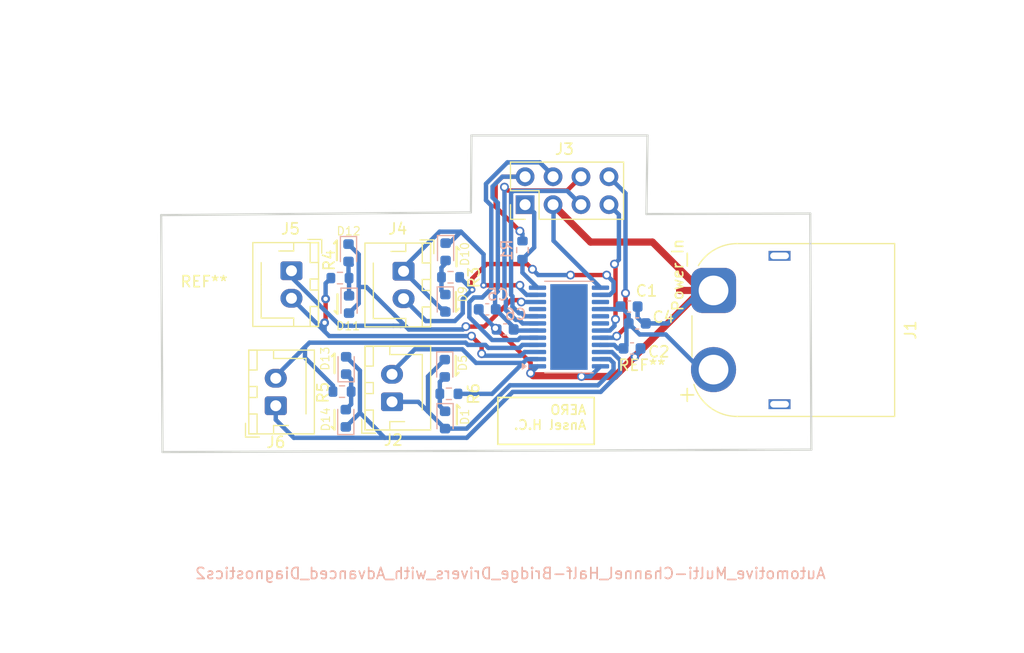
<source format=kicad_pcb>
(kicad_pcb (version 20240108) (generator "pcbnew") (generator_version "8.0")
  (layers (0 "F.Cu" signal) (31 "B.Cu" signal) (34 "B.Paste" user) (35 "F.Paste" user) (36 "B.SilkS" user "B.Silkscreen") (37 "F.SilkS" user "F.Silkscreen") (38 "B.Mask" user) (39 "F.Mask" user) (44 "Edge.Cuts" user))
  (net 0 "")
  (net 2 "/VM1")
  (net 3 "/6")
  (net 4 "/2")
  (net 5 "/8")
  (net 6 "GND")
  (net 7 "/SDO")
  (net 8 "/4")
  (net 9 "/5")
  (net 10 "/SDI")
  (net 11 "/SCLK")
  (net 12 "/1")
  (net 13 "/7")
  (net 14 "/nFault")
  (net 15 "/3")
  (net 17 "/nSCS")
  (net 18 "3V3")
  (net 19 "/nSleep")
  (net 22 "Net-(D1-K)")
  (net 23 "Net-(D10-A)")
  (net 24 "Net-(D11-K)")
  (net 25 "Net-(D13-K)")
  (footprint "Connector_AMASS:AMASS_XT60PW-M_1x02_P7.20mm_Horizontal" (layer "F.Cu") (at 172 53.4 -90)
    (property "Reference" "J1" (at 3.6 -17.9 90) (layer "F.SilkS"))
    (property "Value" "Power In" (at -1.4 3.25 90) (layer "F.SilkS"))
    (fp_text user "+" (at 9.5 2.5 90) (layer "F.SilkS") (effects (font (size 1.5 1.5))))
    (fp_text user "-" (at -2.8 2.5 90) (layer "F.SilkS") (effects (font (size 1.5 1.5))))
    (pad "" thru_hole rect (at -3.15 -6 270) (size 0.9 2) (drill oval 0.6 1.7) (layers "*.Cu" "*.Mask"))
    (pad "" thru_hole rect (at 10.35 -6 270) (size 0.9 2) (drill oval 0.6 1.7) (layers "*.Cu" "*.Mask"))
    (pad "1" thru_hole roundrect (at 0 0 270) (size 4.1 4.1) (drill 2.7) (layers "*.Cu" "*.Mask") (net 6 "GND"))
    (pad "2" thru_hole circle (at 7.2 0 270) (size 4.1 4.1) (drill 2.7) (layers "*.Cu" "*.Mask") (net 2 "/VM1"))
  )
  (footprint "Connector_JST:JST_XH_B2B-XH-AM_1x02_P2.50mm_Vertical" (layer "F.Cu") (at 142.78 63.5308 90)
    (property "Reference" "J2" (hide yes))
    (property "Value" "Conn_01x02_Pin")
    (fp_text user "${REFERENCE}" (at -3.4744 0.1204 180) (layer "F.SilkS"))
    (pad "" np_thru_hole circle (at -1.6 2 90) (size 1.2 1.2) (drill 1.2) (layers "*.Cu" "*.Mask"))
    (pad "1" thru_hole roundrect (at 0 0 90) (size 1.7 2) (drill 1) (layers "*.Cu" "*.Mask") (roundrect_rratio 0.147059) (net 4 "/2"))
    (pad "2" thru_hole oval (at 2.5 0 90) (size 1.7 2) (drill 1) (layers "*.Cu" "*.Mask") (net 12 "/1"))
  )
  (footprint "Connector_JST:JST_XH_B2B-XH-AM_1x02_P2.50mm_Vertical" (layer "F.Cu") (at 133.64 51.61 -90)
    (property "Reference" "J5" (at -3.81 0.09 180) (layer "F.SilkS"))
    (property "Value" "Conn_01x02_Pin")
    (pad "" np_thru_hole circle (at -1.6 2 270) (size 1.2 1.2) (drill 1.2) (layers "*.Cu" "*.Mask"))
    (pad "1" thru_hole roundrect (at 0 0 270) (size 1.7 2) (drill 1) (layers "*.Cu" "*.Mask") (roundrect_rratio 0.147059) (net 3 "/6"))
    (pad "2" thru_hole oval (at 2.5 0 270) (size 1.7 2) (drill 1) (layers "*.Cu" "*.Mask") (net 9 "/5"))
  )
  (footprint "MountingHole:MountingHole_3.2mm_M3" (layer "F.Cu") (at 125.7 56.8)
    (property "Reference" "REF**" (at 0 -4.2 0) (layer "F.SilkS"))
    (property "Value" "MountingHole_3.2mm_M3")
    (pad "" np_thru_hole circle (at 0 0) (size 3.2 3.2) (drill 3.2) (layers "*.Cu" "*.Mask"))
  )
  (footprint "Connector_PinHeader_2.54mm:PinHeader_2x04_P2.54mm_Vertical" (layer "F.Cu") (at 154.875269 45.597427 90)
    (property "Reference" "J3" (at 5.047427 3.574731 180) (layer "F.SilkS"))
    (property "Value" "Conn_02x04_Odd_Even")
    (pad "1" thru_hole rect (at 0 0 90) (size 1.7 1.7) (drill 1) (layers "*.Cu" "*.Mask") (net 14 "/nFault"))
    (pad "2" thru_hole oval (at 2.54 0 90) (size 1.7 1.7) (drill 1) (layers "*.Cu" "*.Mask") (net 18 "3V3"))
    (pad "3" thru_hole oval (at 0 2.54 90) (size 1.7 1.7) (drill 1) (layers "*.Cu" "*.Mask") (net 6 "GND"))
    (pad "4" thru_hole oval (at 2.54 2.54 90) (size 1.7 1.7) (drill 1) (layers "*.Cu" "*.Mask") (net 10 "/SDI"))
    (pad "5" thru_hole oval (at 0 5.08 90) (size 1.7 1.7) (drill 1) (layers "*.Cu" "*.Mask") (net 19 "/nSleep"))
    (pad "6" thru_hole oval (at 2.54 5.08 90) (size 1.7 1.7) (drill 1) (layers "*.Cu" "*.Mask") (net 7 "/SDO"))
    (pad "7" thru_hole oval (at 0 7.62 90) (size 1.7 1.7) (drill 1) (layers "*.Cu" "*.Mask") (net 17 "/nSCS"))
    (pad "8" thru_hole oval (at 2.54 7.62 90) (size 1.7 1.7) (drill 1) (layers "*.Cu" "*.Mask") (net 11 "/SCLK"))
  )
  (footprint "Connector_JST:JST_XH_B2B-XH-AM_1x02_P2.50mm_Vertical" (layer "F.Cu") (at 132.2154 63.8864 90)
    (property "Reference" "J6" (at -3.322 0.017 0) (layer "F.SilkS"))
    (property "Value" "Conn_01x02_Pin")
    (pad "" np_thru_hole circle (at -1.6 2 90) (size 1.2 1.2) (drill 1.2) (layers "*.Cu" "*.Mask"))
    (pad "1" thru_hole roundrect (at 0 0 90) (size 1.7 2) (drill 1) (layers "*.Cu" "*.Mask") (roundrect_rratio 0.147059) (net 5 "/8"))
    (pad "2" thru_hole oval (at 2.5 0 90) (size 1.7 2) (drill 1) (layers "*.Cu" "*.Mask") (net 13 "/7"))
  )
  (footprint "MountingHole:MountingHole_3.2mm_M3" (layer "F.Cu") (at 165.5 64.4)
    (property "Reference" "REF**" (at 0 -4.2 0) (layer "F.SilkS"))
    (property "Value" "MountingHole_3.2mm_M3")
    (pad "" np_thru_hole circle (at 0 0) (size 3.2 3.2) (drill 3.2) (layers "*.Cu" "*.Mask"))
  )
  (footprint "Connector_JST:JST_XH_B2B-XH-AM_1x02_P2.50mm_Vertical" (layer "F.Cu") (at 143.83 51.65 -90)
    (property "Reference" "J4" (at -3.85 0.53 180) (layer "F.SilkS"))
    (property "Value" "Conn_01x02_Pin")
    (pad "" np_thru_hole circle (at -1.6 2 270) (size 1.2 1.2) (drill 1.2) (layers "*.Cu" "*.Mask"))
    (pad "1" thru_hole roundrect (at 0 0 270) (size 1.7 2) (drill 1) (layers "*.Cu" "*.Mask") (roundrect_rratio 0.147059) (net 8 "/4"))
    (pad "2" thru_hole oval (at 2.5 0 270) (size 1.7 2) (drill 1) (layers "*.Cu" "*.Mask") (net 15 "/3"))
  )
  (footprint "Diode_SMD:D_0603_1608Metric" (layer "B.Cu") (at 138.875 54.675 -90)
    (property "Reference" "D11" (at 1.967 0.0894 0) (layer "F.SilkS") (effects (font (size 0.75 0.75) (thickness 0.1))))
    (property "Value" "D")
    (pad "1" smd roundrect (at -0.7875 0 270) (size 0.875 0.95) (layers "B.Cu" "B.Paste" "B.Mask") (net 24 "Net-(D11-K)"))
    (pad "2" smd roundrect (at 0.7875 0 270) (size 0.875 0.95) (layers "B.Cu" "B.Paste" "B.Mask") (net 3 "/6"))
  )
  (footprint "Resistor_SMD:R_0603_1608Metric" (layer "B.Cu") (at 138.05 52.275 180)
    (property "Reference" "R4" (at 0.9916 1.6274 -90) (layer "F.SilkS"))
    (property "Value" "0.65k")
    (pad "1" smd roundrect (at -0.825 0 180) (size 0.8 0.95) (layers "B.Cu" "B.Paste" "B.Mask") (net 24 "Net-(D11-K)"))
    (pad "2" smd roundrect (at 0.825 0 180) (size 0.8 0.95) (layers "B.Cu" "B.Paste" "B.Mask") (net 9 "/5"))
  )
  (footprint "Diode_SMD:D_0603_1608Metric" (layer "B.Cu") (at 147.575 60.4775 -90)
    (property "Reference" "D5" (at -0.4775 -1.625 -90) (layer "F.SilkS") (effects (font (size 0.75 0.75) (thickness 0.1))))
    (property "Value" "D")
    (pad "1" smd roundrect (at -0.7875 0 270) (size 0.875 0.95) (layers "B.Cu" "B.Paste" "B.Mask") (net 4 "/2"))
    (pad "2" smd roundrect (at 0.7875 0 270) (size 0.875 0.95) (layers "B.Cu" "B.Paste" "B.Mask") (net 22 "Net-(D1-K)"))
  )
  (footprint "Diode_SMD:D_0603_1608Metric" (layer "B.Cu") (at 147.65 49.8875 -90)
    (property "Reference" "D10" (at 0.2013 -1.75 90) (layer "F.SilkS") (effects (font (size 0.75 0.75) (thickness 0.1))))
    (property "Value" "D")
    (pad "1" smd roundrect (at -0.7875 0 270) (size 0.875 0.95) (layers "B.Cu" "B.Paste" "B.Mask") (net 8 "/4"))
    (pad "2" smd roundrect (at 0.7875 0 270) (size 0.875 0.95) (layers "B.Cu" "B.Paste" "B.Mask") (net 23 "Net-(D10-A)"))
  )
  (footprint "Resistor_SMD:R_0603_1608Metric" (layer "B.Cu") (at 148.1 52.2)
    (property "Reference" "R3" (at 2.125 0.025 -90) (layer "F.SilkS"))
    (property "Value" "0.65k")
    (pad "1" smd roundrect (at -0.825 0) (size 0.8 0.95) (layers "B.Cu" "B.Paste" "B.Mask") (net 23 "Net-(D10-A)"))
    (pad "2" smd roundrect (at 0.825 0) (size 0.8 0.95) (layers "B.Cu" "B.Paste" "B.Mask") (net 15 "/3"))
  )
  (footprint "Capacitor_SMD:C_0603_1608Metric" (layer "B.Cu") (at 164.592 58.674)
    (property "Reference" "C2" (at 2.4384 0.3048 180) (layer "F.SilkS"))
    (property "Value" "0.1u")
    (pad "1" smd roundrect (at -0.775 0) (size 0.9 0.95) (layers "B.Cu" "B.Paste" "B.Mask") (net 2 "/VM1"))
    (pad "2" smd roundrect (at 0.775 0) (size 0.9 0.95) (layers "B.Cu" "B.Paste" "B.Mask") (net 6 "GND"))
  )
  (footprint "Diode_SMD:D_0603_1608Metric" (layer "B.Cu") (at 138.58 65.024 90)
    (property "Reference" "D14" (at -0.1016 -1.8264 -90) (layer "F.SilkS") (effects (font (size 0.75 0.75) (thickness 0.1))))
    (property "Value" "D")
    (pad "1" smd roundrect (at -0.7875 0 90) (size 0.875 0.95) (layers "B.Cu" "B.Paste" "B.Mask") (net 5 "/8"))
    (pad "2" smd roundrect (at 0.7875 0 90) (size 0.875 0.95) (layers "B.Cu" "B.Paste" "B.Mask") (net 25 "Net-(D13-K)"))
  )
  (footprint "Diode_SMD:D_0603_1608Metric" (layer "B.Cu") (at 138.825 49.975 -90)
    (property "Reference" "D12" (at -1.969 -0.0114 0) (layer "F.SilkS") (effects (font (size 0.75 0.75) (thickness 0.1))))
    (property "Value" "D")
    (pad "1" smd roundrect (at -0.7875 0 270) (size 0.875 0.95) (layers "B.Cu" "B.Paste" "B.Mask") (net 3 "/6"))
    (pad "2" smd roundrect (at 0.7875 0 270) (size 0.875 0.95) (layers "B.Cu" "B.Paste" "B.Mask") (net 24 "Net-(D11-K)"))
  )
  (footprint "Diode_SMD:D_0603_1608Metric" (layer "B.Cu") (at 138.61 60.2235 90)
    (property "Reference" "D13" (at 0.6235 -1.91 -90) (layer "F.SilkS") (effects (font (size 0.75 0.75) (thickness 0.1))))
    (property "Value" "D")
    (pad "1" smd roundrect (at -0.7875 0 90) (size 0.875 0.95) (layers "B.Cu" "B.Paste" "B.Mask") (net 25 "Net-(D13-K)"))
    (pad "2" smd roundrect (at 0.7875 0 90) (size 0.875 0.95) (layers "B.Cu" "B.Paste" "B.Mask") (net 5 "/8"))
  )
  (footprint "Resistor_SMD:R_0603_1608Metric" (layer "B.Cu") (at 138.239 62.6 180)
    (property "Reference" "R5" (at 1.7394 -0.0872 -90) (layer "F.SilkS"))
    (property "Value" "0.65k")
    (pad "1" smd roundrect (at -0.825 0 180) (size 0.8 0.95) (layers "B.Cu" "B.Paste" "B.Mask") (net 25 "Net-(D13-K)"))
    (pad "2" smd roundrect (at 0.825 0 180) (size 0.8 0.95) (layers "B.Cu" "B.Paste" "B.Mask") (net 13 "/7"))
  )
  (footprint "Capacitor_SMD:C_0603_1608Metric" (layer "B.Cu") (at 151.4348 55.118)
    (property "Reference" "C5" (at 0.9652 -1.3208 180) (layer "B.SilkS") (effects (justify mirror)))
    (property "Value" "10u")
    (pad "1" smd roundrect (at -0.775 0) (size 0.9 0.95) (layers "B.Cu" "B.Paste" "B.Mask") (net 6 "GND"))
    (pad "2" smd roundrect (at 0.775 0) (size 0.9 0.95) (layers "B.Cu" "B.Paste" "B.Mask") (net 18 "3V3"))
  )
  (footprint "Resistor_SMD:R_0603_1608Metric" (layer "B.Cu") (at 154.6352 49.7332 -90)
    (property "Reference" "R1" (at 0 1.43 90) (layer "B.SilkS") (effects (justify mirror)))
    (property "Value" "10k")
    (pad "1" smd roundrect (at -0.825 0 270) (size 0.8 0.95) (layers "B.Cu" "B.Paste" "B.Mask") (net 18 "3V3"))
    (pad "2" smd roundrect (at 0.825 0 270) (size 0.8 0.95) (layers "B.Cu" "B.Paste" "B.Mask") (net 14 "/nFault"))
  )
  (footprint "Diode_SMD:D_0603_1608Metric" (layer "B.Cu") (at 147.6 65.1775 -90)
    (property "Reference" "D1" (at -0.2775 -1.8 -90) (layer "F.SilkS") (effects (font (size 0.75 0.75) (thickness 0.1))))
    (property "Value" "D")
    (pad "1" smd roundrect (at -0.7875 0 270) (size 0.875 0.95) (layers "B.Cu" "B.Paste" "B.Mask") (net 22 "Net-(D1-K)"))
    (pad "2" smd roundrect (at 0.7875 0 270) (size 0.875 0.95) (layers "B.Cu" "B.Paste" "B.Mask") (net 4 "/2"))
  )
  (footprint "Diode_SMD:D_0603_1608Metric" (layer "B.Cu") (at 147.625 54.5625 -90)
    (property "Reference" "D9" (at -0.8161 -1.5746 -90) (layer "F.SilkS") (effects (font (size 0.75 0.75) (thickness 0.1))))
    (property "Value" "D")
    (pad "1" smd roundrect (at -0.7875 0 270) (size 0.875 0.95) (layers "B.Cu" "B.Paste" "B.Mask") (net 23 "Net-(D10-A)"))
    (pad "2" smd roundrect (at 0.7875 0 270) (size 0.875 0.95) (layers "B.Cu" "B.Paste" "B.Mask") (net 8 "/4"))
  )
  (footprint "Package_SO:HTSSOP-24-1EP_4.4x7.8mm_P0.65mm_EP3.4x7.8mm_Mask2.4x2.98mm" (layer "B.Cu") (at 158.8625 56.725)
    (property "Reference" "Automotive_Multi-Channel_Half-Bridge_Drivers_with_Advanced_Diagnostics2" (at -5.3225 22.415 0) (layer "B.SilkS") (effects (justify mirror)))
    (property "Value" "~")
    (pad "1" smd roundrect (at -2.8625 3.575) (size 1.575 0.4) (layers "B.Cu" "B.Paste" "B.Mask") (net 6 "GND"))
    (pad "2" smd roundrect (at -2.8625 2.925) (size 1.575 0.4) (layers "B.Cu" "B.Paste" "B.Mask") (net 12 "/1"))
    (pad "3" smd roundrect (at -2.8625 2.275) (size 1.575 0.4) (layers "B.Cu" "B.Paste" "B.Mask") (net 9 "/5"))
    (pad "4" smd roundrect (at -2.8625 1.625) (size 1.575 0.4) (layers "B.Cu" "B.Paste" "B.Mask") (net 13 "/7"))
    (pad "5" smd roundrect (at -2.8625 0.975) (size 1.575 0.4) (layers "B.Cu" "B.Paste" "B.Mask") (net 10 "/SDI"))
    (pad "6" smd roundrect (at -2.8625 0.325) (size 1.575 0.4) (layers "B.Cu" "B.Paste" "B.Mask") (net 18 "3V3"))
    (pad "7" smd roundrect (at -2.8625 -0.325) (size 1.575 0.4) (layers "B.Cu" "B.Paste" "B.Mask") (net 7 "/SDO"))
    (pad "8" smd roundrect (at -2.8625 -0.975) (size 1.575 0.4) (layers "B.Cu" "B.Paste" "B.Mask") (net 19 "/nSleep"))
    (pad "9" smd roundrect (at -2.8625 -1.625) (size 1.575 0.4) (layers "B.Cu" "B.Paste" "B.Mask"))
    (pad "10" smd roundrect (at -2.8625 -2.275) (size 1.575 0.4) (layers "B.Cu" "B.Paste" "B.Mask") (net 3 "/6"))
    (pad "11" smd roundrect (at -2.8625 -2.925) (size 1.575 0.4) (layers "B.Cu" "B.Paste" "B.Mask") (net 8 "/4"))
    (pad "12" smd roundrect (at -2.8625 -3.575) (size 1.575 0.4) (layers "B.Cu" "B.Paste" "B.Mask") (net 14 "/nFault"))
    (pad "13" smd roundrect (at 2.8625 -3.575) (size 1.575 0.4) (layers "B.Cu" "B.Paste" "B.Mask") (net 6 "GND"))
    (pad "14" smd roundrect (at 2.8625 -2.925) (size 1.575 0.4) (layers "B.Cu" "B.Paste" "B.Mask") (net 15 "/3"))
    (pad "15" smd roundrect (at 2.8625 -2.275) (size 1.575 0.4) (layers "B.Cu" "B.Paste" "B.Mask"))
    (pad "16" smd roundrect (at 2.8625 -1.625) (size 1.575 0.4) (layers "B.Cu" "B.Paste" "B.Mask") (net 2 "/VM1"))
    (pad "17" smd roundrect (at 2.8625 -0.975) (size 1.575 0.4) (layers "B.Cu" "B.Paste" "B.Mask"))
    (pad "18" smd roundrect (at 2.8625 -0.325) (size 1.575 0.4) (layers "B.Cu" "B.Paste" "B.Mask"))
    (pad "19" smd roundrect (at 2.8625 0.325) (size 1.575 0.4) (layers "B.Cu" "B.Paste" "B.Mask") (net 17 "/nSCS"))
    (pad "20" smd roundrect (at 2.8625 0.975) (size 1.575 0.4) (layers "B.Cu" "B.Paste" "B.Mask") (net 11 "/SCLK"))
    (pad "21" smd roundrect (at 2.8625 1.625) (size 1.575 0.4) (layers "B.Cu" "B.Paste" "B.Mask") (net 2 "/VM1"))
    (pad "22" smd roundrect (at 2.8625 2.275) (size 1.575 0.4) (layers "B.Cu" "B.Paste" "B.Mask") (net 5 "/8"))
    (pad "23" smd roundrect (at 2.8625 2.925) (size 1.575 0.4) (layers "B.Cu" "B.Paste" "B.Mask") (net 4 "/2"))
    (pad "24" smd roundrect (at 2.8625 3.575) (size 1.575 0.4) (layers "B.Cu" "B.Paste" "B.Mask") (net 6 "GND"))
    (pad "25" smd rect (at 0 0) (size 3.4 7.8) (property pad_prop_heatsink) (layers "B.Cu"))
  )
  (footprint "Resistor_SMD:R_0603_1608Metric" (layer "B.Cu") (at 147.95 62.8025)
    (property "Reference" "R6" (at 2.25 -0.0025 -90) (layer "F.SilkS"))
    (property "Value" "0.65k")
    (pad "1" smd roundrect (at -0.825 0) (size 0.8 0.95) (layers "B.Cu" "B.Paste" "B.Mask") (net 22 "Net-(D1-K)"))
    (pad "2" smd roundrect (at 0.825 0) (size 0.8 0.95) (layers "B.Cu" "B.Paste" "B.Mask") (net 12 "/1"))
  )
  (footprint "Capacitor_SMD:C_0603_1608Metric" (layer "B.Cu") (at 165.063196 56.400319)
    (property "Reference" "C4" (at 2.373604 -0.571119 180) (layer "F.SilkS"))
    (property "Value" "10u")
    (pad "1" smd roundrect (at -0.775 0) (size 0.9 0.95) (layers "B.Cu" "B.Paste" "B.Mask") (net 2 "/VM1"))
    (pad "2" smd roundrect (at 0.775 0) (size 0.9 0.95) (layers "B.Cu" "B.Paste" "B.Mask") (net 6 "GND"))
  )
  (footprint "Capacitor_SMD:C_0603_1608Metric" (layer "B.Cu") (at 164.325 54.864)
    (property "Reference" "C1" (at 1.5878 -1.4224 180) (layer "F.SilkS"))
    (property "Value" "0.1u")
    (pad "1" smd roundrect (at -0.775 0) (size 0.9 0.95) (layers "B.Cu" "B.Paste" "B.Mask") (net 2 "/VM1"))
    (pad "2" smd roundrect (at 0.775 0) (size 0.9 0.95) (layers "B.Cu" "B.Paste" "B.Mask") (net 6 "GND"))
  )
  (footprint "Capacitor_SMD:C_0603_1608Metric" (layer "B.Cu") (at 153.0604 56.9468 180)
    (property "Reference" "C6" (at -0.9652 1.3716 0) (layer "B.SilkS") (effects (justify mirror)))
    (property "Value" "0.1u")
    (pad "1" smd roundrect (at -0.775 0 180) (size 0.9 0.95) (layers "B.Cu" "B.Paste" "B.Mask") (net 18 "3V3"))
    (pad "2" smd roundrect (at 0.775 0 180) (size 0.9 0.95) (layers "B.Cu" "B.Paste" "B.Mask") (net 6 "GND"))
  )
  (gr_line (start 137.554 66.054) (end 137.3 65.8) (stroke (width 0.2)) (layer "F.SilkS"))
  (gr_line (start 148.6408 49.4284) (end 148.8948 49.6824) (stroke (width 0.2)) (layer "F.SilkS"))
  (gr_line (start 137.8204 53.7464) (end 137.8204 55.5244) (stroke (width 0.2)) (layer "F.SilkS"))
  (gr_line (start 148.59 55.3212) (end 148.844 55.0672) (stroke (width 0.2)) (layer "F.SilkS"))
  (gr_line (start 137.554 59.146) (end 137.3 59.4) (stroke (width 0.2)) (layer "F.SilkS"))
  (gr_line (start 148.673 63.8048) (end 148.927 64.0588) (stroke (width 0.2)) (layer "F.SilkS"))
  (gr_line (start 137.8204 55.5244) (end 137.5664 55.2704) (stroke (width 0.2)) (layer "F.SilkS"))
  (gr_line (start 148.673 65.5828) (end 148.673 63.8048) (stroke (width 0.2)) (layer "F.SilkS"))
  (gr_line (start 137.554 64.276) (end 137.554 66.054) (stroke (width 0.2)) (layer "F.SilkS"))
  (gr_line (start 148.6408 51.2064) (end 148.6408 49.4284) (stroke (width 0.2)) (layer "F.SilkS"))
  (gr_line (start 137.554 60.924) (end 137.554 59.146) (stroke (width 0.2)) (layer "F.SilkS"))
  (gr_line (start 148.59 53.5432) (end 148.59 55.3212) (stroke (width 0.2)) (layer "F.SilkS"))
  (gr_line (start 137.7696 50.6476) (end 137.7696 48.8696) (stroke (width 0.2)) (layer "F.SilkS"))
  (gr_line (start 148.5662 59.3598) (end 148.5662 61.1378) (stroke (width 0.2)) (layer "F.SilkS"))
  (gr_line (start 137.5156 49.1236) (end 137.7696 48.8696) (stroke (width 0.2)) (layer "F.SilkS"))
  (gr_line (start 148.573 61.127) (end 148.827 60.873) (stroke (width 0.2)) (layer "F.SilkS"))
  (gr_line (start 166 39.3) (end 165.9 46.45) (stroke (width 0.2)) (layer "Edge.Cuts"))
  (gr_line (start 121.8 46.55) (end 149.95 46.3) (stroke (width 0.2)) (layer "Edge.Cuts"))
  (gr_line (start 149.95 46.3) (end 150 39.3) (stroke (width 0.2)) (layer "Edge.Cuts"))
  (gr_line (start 180.89 67.875) (end 121.92 68.1) (stroke (width 0.2)) (layer "Edge.Cuts"))
  (gr_line (start 121.92 68.1) (end 121.8 46.55) (stroke (width 0.2)) (layer "Edge.Cuts"))
  (gr_line (start 165.9 46.45) (end 180.79 46.405) (stroke (width 0.2)) (layer "Edge.Cuts"))
  (gr_line (start 180.79 46.405) (end 180.89 67.875) (stroke (width 0.2)) (layer "Edge.Cuts"))
  (gr_line (start 150 39.3) (end 166 39.3) (stroke (width 0.2)) (layer "Edge.Cuts"))
  (gr_text_box "AERO\nAnsel H.C." (start 152.4 63.1328) (end 161.1566 67.4) (layer "F.SilkS") (effects (font (size 0.85 0.85) (thickness 0.15) (bold yes)) (justify left top mirror)) (border yes) (stroke (width 0.15)))
  (segment (start 163.55 55.078528) (end 163.55 54.864) (width 0.4) (layer "B.Cu") (net 2))
  (segment (start 170.85 59.85) (end 171.25 59.85) (width 0.4) (layer "B.Cu") (net 2))
  (segment (start 164.084 58.407) (end 163.817 58.674) (width 0.4) (layer "B.Cu") (net 2))
  (segment (start 163.293434 58.674) (end 163.817 58.674) (width 0.4) (layer "B.Cu") (net 2))
  (segment (start 164.084 56.604515) (end 164.084 58.407) (width 0.4) (layer "B.Cu") (net 2))
  (segment (start 167.654 57.404) (end 165.291877 57.404) (width 0.4) (layer "B.Cu") (net 2))
  (segment (start 164.288196 55.602196) (end 163.55 54.864) (width 0.4) (layer "B.Cu") (net 2))
  (segment (start 161.725 58.35) (end 162.969434 58.35) (width 0.4) (layer "B.Cu") (net 2))
  (segment (start 172 60.6) (end 170.85 60.6) (width 0.4) (layer "B.Cu") (net 2))
  (segment (start 170.85 60.6) (end 167.654 57.404) (width 0.4) (layer "B.Cu") (net 2))
  (segment (start 165.291877 57.404) (end 164.288196 56.400319) (width 0.4) (layer "B.Cu") (net 2))
  (segment (start 161.725 55.1) (end 163.314 55.1) (width 0.4) (layer "B.Cu") (net 2))
  (segment (start 163.58 55.1) (end 163.68 55) (width 0.4) (layer "B.Cu") (net 2))
  (segment (start 163.671543 55.008457) (end 163.68 55) (width 0.4) (layer "B.Cu") (net 2))
  (segment (start 163.314 55.1) (end 163.55 54.864) (width 0.4) (layer "B.Cu") (net 2))
  (segment (start 161.725 58.35) (end 161.727557 58.352557) (width 0.4) (layer "B.Cu") (net 2))
  (segment (start 164.288196 56.400319) (end 164.288196 55.602196) (width 0.4) (layer "B.Cu") (net 2))
  (segment (start 161.731605 58.356605) (end 161.725 58.35) (width 0.4) (layer "B.Cu") (net 2))
  (segment (start 171.25 59.85) (end 172 60.6) (width 0.4) (layer "B.Cu") (net 2))
  (segment (start 164.288196 56.400319) (end 164.084 56.604515) (width 0.4) (layer "B.Cu") (net 2))
  (segment (start 162.969434 58.35) (end 163.293434 58.674) (width 0.4) (layer "B.Cu") (net 2))
  (segment (start 149.492038 56.688618) (end 151.180011 56.688618) (width 0.4) (layer "F.Cu") (net 3))
  (segment (start 151.180011 56.688618) (end 153.585933 54.282696) (width 0.4) (layer "F.Cu") (net 3))
  (segment (start 153.585933 54.282696) (end 154.469853 54.282696) (width 0.4) (layer "F.Cu") (net 3))
  (via (at 154.526272 54.450714) (size 0.8) (drill 0.5) (layers "F.Cu" "B.Cu") (net 3))
  (via (at 149.492038 56.688618) (size 0.8) (drill 0.5) (layers "F.Cu" "B.Cu") (net 3))
  (segment (start 138.057767 56.61) (end 133.64 52.192233) (width 0.4) (layer "B.Cu") (net 3))
  (segment (start 142.9 56.61) (end 138.057767 56.61) (width 0.4) (layer "B.Cu") (net 3))
  (segment (start 149.230656 56.95) (end 144.3072 56.95) (width 0.4) (layer "B.Cu") (net 3))
  (segment (start 139.755 52.578) (end 139.755 53.086) (width 0.4) (layer "B.Cu") (net 3))
  (segment (start 139.755 54.5825) (end 138.875 55.4625) (width 0.4) (layer "B.Cu") (net 3))
  (segment (start 143.9672 56.61) (end 143.56 56.61) (width 0.4) (layer "B.Cu") (net 3))
  (segment (start 143.56 56.61) (end 142.9 56.61) (width 0.4) (layer "B.Cu") (net 3))
  (segment (start 139.755 50.1175) (end 138.825 49.1875) (width 0.4) (layer "B.Cu") (net 3))
  (segment (start 149.492038 56.688618) (end 149.230656 56.95) (width 0.4) (layer "B.Cu") (net 3))
  (segment (start 139.755 52.578) (end 139.755 50.1175) (width 0.4) (layer "B.Cu") (net 3))
  (segment (start 154.637157 54.45) (end 156 54.45) (width 0.4) (layer "B.Cu") (net 3))
  (segment (start 139.755 53.086) (end 139.755 54.5825) (width 0.4) (layer "B.Cu") (net 3))
  (segment (start 154.469853 54.282696) (end 154.637157 54.45) (width 0.4) (layer "B.Cu") (net 3))
  (segment (start 140.4432 53.086) (end 139.755 53.086) (width 0.4) (layer "B.Cu") (net 3))
  (segment (start 140.4432 53.086) (end 143.9672 56.61) (width 0.4) (layer "B.Cu") (net 3))
  (segment (start 133.64 52.192233) (end 133.64 51.61) (width 0.4) (layer "B.Cu") (net 3))
  (segment (start 144.3072 56.95) (end 143.9672 56.61) (width 0.4) (layer "B.Cu") (net 3))
  (segment (start 161.497376 62.025002) (end 153.504326 62.025002) (width 0.4) (layer "B.Cu") (net 4))
  (segment (start 153.504326 62.025002) (end 149.564328 65.965) (width 0.4) (layer "B.Cu") (net 4))
  (segment (start 162.9125 60.609878) (end 161.497376 62.025002) (width 0.4) (layer "B.Cu") (net 4))
  (segment (start 149.564328 65.965) (end 147.6 65.965) (width 0.4) (layer "B.Cu") (net 4))
  (segment (start 146.05 64.415) (end 146.05 64.135) (width 0.4) (layer "B.Cu") (net 4))
  (segment (start 162.9125 59.990122) (end 162.9125 60.609878) (width 0.4) (layer "B.Cu") (net 4))
  (segment (start 161.725 59.65) (end 162.572378 59.65) (width 0.4) (layer "B.Cu") (net 4))
  (segment (start 146.05 64.135) (end 146.05 61.215) (width 0.4) (layer "B.Cu") (net 4))
  (segment (start 145.1658 63.5308) (end 146.05 64.415) (width 0.4) (layer "B.Cu") (net 4))
  (segment (start 142.78 63.5308) (end 145.1658 63.5308) (width 0.4) (layer "B.Cu") (net 4))
  (segment (start 146.05 61.215) (end 147.575 59.69) (width 0.4) (layer "B.Cu") (net 4))
  (segment (start 162.572378 59.65) (end 162.9125 59.990122) (width 0.4) (layer "B.Cu") (net 4))
  (segment (start 147.6 65.965) (end 146.05 64.415) (width 0.4) (layer "B.Cu") (net 4))
  (segment (start 139.864 64.5275) (end 139.864 60.69) (width 0.4) (layer "B.Cu") (net 5))
  (segment (start 163.5125 59.741594) (end 162.770906 59) (width 0.4) (layer "B.Cu") (net 5))
  (segment (start 141.644 66.333) (end 142.113 66.802) (width 0.4) (layer "B.Cu") (net 5))
  (segment (start 132.57 63.34) (end 132.57 64.354214) (width 0.4) (layer "B.Cu") (net 5))
  (segment (start 161.745904 62.625002) (end 163.5125 60.858406) (width 0.4) (layer "B.Cu") (net 5))
  (segment (start 162.770906 59) (end 161.725 59) (width 0.4) (layer "B.Cu") (net 5))
  (segment (start 163.5125 60.858406) (end 163.5125 59.741594) (width 0.4) (layer "B.Cu") (net 5))
  (segment (start 141.644 66.3075) (end 141.644 66.333) (width 0.4) (layer "B.Cu") (net 5))
  (segment (start 138.58 65.8115) (end 139.864 64.5275) (width 0.4) (layer "B.Cu") (net 5))
  (segment (start 133.858 66.802) (end 142.113 66.802) (width 0.4) (layer "B.Cu") (net 5))
  (segment (start 141.644 66.3075) (end 139.864 64.5275) (width 0.4) (layer "B.Cu") (net 5))
  (segment (start 139.864 60.69) (end 138.61 59.436) (width 0.4) (layer "B.Cu") (net 5))
  (segment (start 132.2154 63.8864) (end 132.2154 65.1594) (width 0.4) (layer "B.Cu") (net 5))
  (segment (start 149.575856 66.802) (end 153.752854 62.625002) (width 0.4) (layer "B.Cu") (net 5))
  (segment (start 132.2154 65.1594) (end 133.858 66.802) (width 0.4) (layer "B.Cu") (net 5))
  (segment (start 142.113 66.802) (end 149.575856 66.802) (width 0.4) (layer "B.Cu") (net 5))
  (segment (start 153.752854 62.625002) (end 161.745904 62.625002) (width 0.4) (layer "B.Cu") (net 5))
  (segment (start 155.375 59.975) (end 155.375 60.925) (width 0.4) (layer "F.Cu") (net 6))
  (segment (start 152.170162 56.829839) (end 152.229839 56.829839) (width 0.4) (layer "F.Cu") (net 6))
  (segment (start 157.415269 45.597427) (end 160.817842 49) (width 0.65) (layer "F.Cu") (net 6))
  (segment (start 160 61.225002) (end 163.024998 61.225002) (width 0.65) (layer "F.Cu") (net 6))
  (segment (start 168.913604 53.4) (end 172 53.4) (width 0.65) (layer "F.Cu") (net 6))
  (segment (start 160.817842 49) (end 166.45 49) (width 0.65) (layer "F.Cu") (net 6))
  (segment (start 166.45 49) (end 170.85 53.4) (width 0.65) (layer "F.Cu") (net 6))
  (segment (start 155.606802 61.156802) (end 159.9318 61.156802) (width 0.65) (layer "F.Cu") (net 6))
  (segment (start 159.9318 61.156802) (end 160 61.225002) (width 0.4) (layer "F.Cu") (net 6))
  (segment (start 155.375 60.925) (end 155.606802 61.156802) (width 0.65) (layer "F.Cu") (net 6))
  (segment (start 170.85 53.4) (end 172 53.4) (width 0.65) (layer "F.Cu") (net 6))
  (segment (start 152.229839 56.829839) (end 155.375 59.975) (width 0.4) (layer "F.Cu") (net 6))
  (segment (start 163.024998 61.225002) (end 170.85 53.4) (width 0.65) (layer "F.Cu") (net 6))
  (via (at 155.375 60.925) (size 0.8) (drill 0.5) (layers "F.Cu" "B.Cu") (net 6))
  (via (at 152.170162 56.829839) (size 0.8) (drill 0.5) (layers "F.Cu" "B.Cu") (net 6))
  (via (at 160 61.225002) (size 0.8) (drill 0.5) (layers "F.Cu" "B.Cu") (net 6))
  (via (at 164.846 59.436) (size 0.8) (drill 0.4) (layers "F.Cu" "B.Cu") (net 6))
  (segment (start 157.46 48.885) (end 157.46 45.54) (width 0.4) (layer "B.Cu") (net 6))
  (segment (start 152.170162 56.829839) (end 150.6598 55.319477) (width 0.4) (layer "B.Cu") (net 6))
  (segment (start 164.846 59.436) (end 165.367 58.915) (width 0.4) (layer "B.Cu") (net 6))
  (segment (start 165.838196 56.400319) (end 165.620319 56.400319) (width 0.4) (layer "B.Cu") (net 6))
  (segment (start 165.620319 56.400319) (end 165.1 55.88) (width 0.4) (layer "B.Cu") (net 6))
  (segment (start 167.849681 56.400319) (end 170.85 53.4) (width 0.4) (layer "B.Cu") (net 6))
  (segment (start 155.375 60.925) (end 156 60.3) (width 0.4) (layer "B.Cu") (net 6))
  (segment (start 161.725 60.3) (end 160.799998 61.225002) (width 0.4) (layer "B.Cu") (net 6))
  (segment (start 165.1 55.88) (end 165.1 54.864) (width 0.4) (layer "B.Cu") (net 6))
  (segment (start 150.6598 55.319477) (end 150.6598 55.118) (width 0.4) (layer "B.Cu") (net 6))
  (segment (start 152.170162 56.829839) (end 152.176309 56.835986) (width 0.4) (layer "B.Cu") (net 6))
  (segment (start 161.725 53.15) (end 157.46 48.885) (width 0.4) (layer "B.Cu") (net 6))
  (segment (start 165.367 58.674) (end 165.25 58.791) (width 0.4) (layer "B.Cu") (net 6))
  (segment (start 170.85 53.4) (end 172 53.4) (width 0.4) (layer "B.Cu") (net 6))
  (segment (start 165.838196 56.400319) (end 167.849681 56.400319) (width 0.4) (layer "B.Cu") (net 6))
  (segment (start 160.799998 61.225002) (end 160 61.225002) (width 0.4) (layer "B.Cu") (net 6))
  (segment (start 165.367 58.915) (end 165.367 58.674) (width 0.4) (layer "B.Cu") (net 6))
  (segment (start 152.176309 56.835986) (end 152.3 56.835986) (width 0.4) (layer "B.Cu") (net 6))
  (segment (start 153 44) (end 153.307427 44.307427) (width 0.4) (layer "F.Cu") (net 7))
  (segment (start 158.705269 44.307427) (end 159.955269 43.057427) (width 0.4) (layer "F.Cu") (net 7))
  (segment (start 153.307427 44.307427) (end 158.705269 44.307427) (width 0.4) (layer "F.Cu") (net 7))
  (via (at 153 44) (size 0.8) (drill 0.5) (layers "F.Cu" "B.Cu") (net 7))
  (segment (start 154.325518 56.0718) (end 154.653718 56.4) (width 0.4) (layer "B.Cu") (net 7))
  (segment (start 154.0142 56.0718) (end 154.325518 56.0718) (width 0.4) (layer "B.Cu") (net 7))
  (segment (start 153 44) (end 153 54.0512) (width 0.4) (layer "B.Cu") (net 7))
  (segment (start 153.126272 55.183872) (end 154.0142 56.0718) (width 0.4) (layer "B.Cu") (net 7))
  (segment (start 154.653718 56.4) (end 156 56.4) (width 0.4) (layer "B.Cu") (net 7))
  (segment (start 153 54.0512) (end 153.126272 54.177472) (width 0.4) (layer "B.Cu") (net 7))
  (segment (start 153.126272 54.177472) (end 153.126272 55.183872) (width 0.4) (layer "B.Cu") (net 7))
  (segment (start 151.1 52.928754) (end 154.4 52.928754) (width 0.4) (layer "F.Cu") (net 8))
  (via (at 151.1 52.928754) (size 0.6) (drill 0.3) (layers "F.Cu" "B.Cu") (net 8))
  (via (at 154.4 52.928754) (size 0.8) (drill 0.5) (layers "F.Cu" "B.Cu") (net 8))
  (segment (start 151.1 52.928754) (end 151.1 50.1096) (width 0.4) (layer "B.Cu") (net 8))
  (segment (start 147.7 55.0475) (end 147.2275 55.0475) (width 0.4) (layer "B.Cu") (net 8))
  (segment (start 151.1 50.1096) (end 149.0472 48.0568) (width 0.4) (layer "B.Cu") (net 8))
  (segment (start 143.83 51.33) (end 147.1032 48.0568) (width 0.4) (layer "B.Cu") (net 8))
  (segment (start 143.83 51.65) (end 143.83 51.33) (width 0.4) (layer "B.Cu") (net 8))
  (segment (start 147.65 49.1) (end 148.004 49.1) (width 0.4) (layer "B.Cu") (net 8))
  (segment (start 154.4 53.193071) (end 154.4 52.928754) (width 0.4) (layer "B.Cu") (net 8))
  (segment (start 156 53.8) (end 155.006929 53.8) (width 0.4) (layer "B.Cu") (net 8))
  (segment (start 147.2275 55.0475) (end 143.83 51.65) (width 0.4) (layer "B.Cu") (net 8))
  (segment (start 148.004 49.1) (end 149.0472 48.0568) (width 0.4) (layer "B.Cu") (net 8))
  (segment (start 147.1032 48.0568) (end 149.0472 48.0568) (width 0.4) (layer "B.Cu") (net 8))
  (segment (start 155.006929 53.8) (end 154.4 53.193071) (width 0.4) (layer "B.Cu") (net 8))
  (segment (start 136.653198 56.336802) (end 136.74457 56.24543) (width 0.4) (layer "F.Cu") (net 9))
  (segment (start 150.9268 59.15) (end 150.9268 58.4768) (width 0.4) (layer "F.Cu") (net 9))
  (segment (start 136.74457 56.24543) (end 136.74457 54.165431) (width 0.4) (layer "F.Cu") (net 9))
  (segment (start 150.9268 58.4768) (end 150 57.55) (width 0.4) (layer "F.Cu") (net 9))
  (via (at 136.653198 56.336802) (size 0.8) (drill 0.4) (layers "F.Cu" "B.Cu") (net 9))
  (via (at 136.74457 54.165431) (size 0.8) (drill 0.4) (layers "F.Cu" "B.Cu") (net 9))
  (via (at 150.9268 59.15) (size 0.8) (drill 0.5) (layers "F.Cu" "B.Cu") (net 9))
  (via (at 150 57.55) (size 0.8) (drill 0.5) (layers "F.Cu" "B.Cu") (net 9))
  (segment (start 150 57.55) (end 137.08 57.55) (width 0.4) (layer "B.Cu") (net 9))
  (segment (start 136.653198 56.336802) (end 136.455 56.535) (width 0.4) (layer "B.Cu") (net 9))
  (segment (start 137.08 57.55) (end 136.655 57.125) (width 0.4) (layer "B.Cu") (net 9))
  (segment (start 154.832272 59) (end 156 59) (width 0.4) (layer "B.Cu") (net 9))
  (segment (start 136.655 57.125) (end 136.065 56.535) (width 0.4) (layer "B.Cu") (net 9))
  (segment (start 136.74457 52.75543) (end 137.225 52.275) (width 0.4) (layer "B.Cu") (net 9))
  (segment (start 136.653198 56.336802) (end 136.653198 57.123198) (width 0.4) (layer "B.Cu") (net 9))
  (segment (start 136.065 56.535) (end 133.64 54.11) (width 0.4) (layer "B.Cu") (net 9))
  (segment (start 154.497872 59.3344) (end 154.832272 59) (width 0.4) (layer "B.Cu") (net 9))
  (segment (start 150.9268 59.15) (end 151.1112 59.3344) (width 0.4) (layer "B.Cu") (net 9))
  (segment (start 136.653198 57.123198) (end 136.655 57.125) (width 0.4) (layer "B.Cu") (net 9))
  (segment (start 134.426396 54.11) (end 133.64 54.11) (width 0.4) (layer "B.Cu") (net 9))
  (segment (start 136.74457 54.165431) (end 136.74457 52.75543) (width 0.4) (layer "B.Cu") (net 9))
  (segment (start 151.1112 59.3344) (end 154.497872 59.3344) (width 0.4) (layer "B.Cu") (net 9))
  (segment (start 154.223216 57.912) (end 154.435216 57.7) (width 0.4) (layer "B.Cu") (net 10))
  (segment (start 154.435216 57.7) (end 156 57.7) (width 0.4) (layer "B.Cu") (net 10))
  (segment (start 149.8092 54.4576) (end 149.8092 55.835718) (width 0.4) (layer "B.Cu") (net 10))
  (segment (start 150.979604 54.0391) (end 150.2277 54.0391) (width 0.4) (layer "B.Cu") (net 10))
  (segment (start 156.21 41.75) (end 153.270101 41.75) (width 0.4) (layer "B.Cu") (net 10))
  (segment (start 151.885482 57.912) (end 154.223216 57.912) (width 0.4) (layer "B.Cu") (net 10))
  (segment (start 151.8 45.678528) (end 151.8 53.218704) (width 0.4) (layer "B.Cu") (net 10))
  (segment (start 151.32 43.700101) (end 151.32 45.198528) (width 0.4) (layer "B.Cu") (net 10))
  (segment (start 153.270101 41.75) (end 151.32 43.700101) (width 0.4) (layer "B.Cu") (net 10))
  (segment (start 149.8092 55.835718) (end 151.885482 57.912) (width 0.4) (layer "B.Cu") (net 10))
  (segment (start 151.32 45.198528) (end 151.8 45.678528) (width 0.4) (layer "B.Cu") (net 10))
  (segment (start 150.2277 54.0391) (end 149.8092 54.4576) (width 0.4) (layer "B.Cu") (net 10))
  (segment (start 151.8 53.218704) (end 150.979604 54.0391) (width 0.4) (layer "B.Cu") (net 10))
  (segment (start 157.46 43) (end 156.21 41.75) (width 0.4) (layer "B.Cu") (net 10))
  (segment (start 164 53.6448) (end 164 56.753748) (width 0.4) (layer "F.Cu") (net 11))
  (segment (start 164 56.753748) (end 163.201191 57.552557) (width 0.4) (layer "F.Cu") (net 11))
  (via (at 164 53.6448) (size 0.8) (drill 0.5) (layers "F.Cu" "B.Cu") (net 11))
  (via (at 163.201191 57.552557) (size 0.8) (drill 0.5) (layers "F.Cu" "B.Cu") (net 11))
  (segment (start 164 53.6448) (end 164 44.562158) (width 0.4) (layer "B.Cu") (net 11))
  (segment (start 163.053748 57.7) (end 163.201191 57.552557) (width 0.4) (layer "B.Cu") (net 11))
  (segment (start 164 44.562158) (end 162.495269 43.057427) (width 0.4) (layer "B.Cu") (net 11))
  (segment (start 161.725 57.7) (end 163.053748 57.7) (width 0.4) (layer "B.Cu") (net 11))
  (segment (start 154.681322 59.990122) (end 150.414122 59.990122) (width 0.4) (layer "B.Cu") (net 12))
  (segment (start 154.686 59.9948) (end 151.8783 62.8025) (width 0.4) (layer "B.Cu") (net 12))
  (segment (start 151.8783 62.8025) (end 148.775 62.8025) (width 0.4) (layer "B.Cu") (net 12))
  (segment (start 150.414122 59.990122) (end 149.174 58.75) (width 0.4) (layer "B.Cu") (net 12))
  (segment (start 144.86 58.75) (end 142.78 60.83) (width 0.4) (layer "B.Cu") (net 12))
  (segment (start 142.78 60.83) (end 142.78 61.0308) (width 0.4) (layer "B.Cu") (net 12))
  (segment (start 155.0308 59.65) (end 154.686 59.9948) (width 0.4) (layer "B.Cu") (net 12))
  (segment (start 154.686 59.9948) (end 154.681322 59.990122) (width 0.4) (layer "B.Cu") (net 12))
  (segment (start 149.174 58.75) (end 144.86 58.75) (width 0.4) (layer "B.Cu") (net 12))
  (segment (start 156 59.65) (end 155.0308 59.65) (width 0.4) (layer "B.Cu") (net 12))
  (segment (start 151.258171 58.35) (end 149.668629 58.35) (width 0.4) (layer "B.Cu") (net 13))
  (segment (start 134.815 58.605) (end 134.37 59.05) (width 0.4) (layer "B.Cu") (net 13))
  (segment (start 133.91 59.51) (end 133.9 59.51) (width 0.4) (layer "B.Cu") (net 13))
  (segment (start 135.27 58.15) (end 134.815 58.605) (width 0.4) (layer "B.Cu") (net 13))
  (segment (start 154.360544 58.6232) (end 151.531371 58.6232) (width 0.4) (layer "B.Cu") (net 13))
  (segment (start 149.468629 58.15) (end 135.27 58.15) (width 0.4) (layer "B.Cu") (net 13))
  (segment (start 151.531371 58.6232) (end 151.258171 58.35) (width 0.4) (layer "B.Cu") (net 13))
  (segment (start 149.668629 58.35) (end 149.468629 58.15) (width 0.4) (layer "B.Cu") (net 13))
  (segment (start 134.37 59.05) (end 133.91 59.51) (width 0.4) (layer "B.Cu") (net 13))
  (segment (start 132.2154 61.2046) (end 133.91 59.51) (width 0.4) (layer "B.Cu") (net 13))
  (segment (start 134.870001 59.51) (end 134.870001 58.549999) (width 0.4) (layer "B.Cu") (net 13))
  (segment (start 154.633744 58.35) (end 154.360544 58.6232) (width 0.4) (layer "B.Cu") (net 13))
  (segment (start 156 58.35) (end 154.633744 58.35) (width 0.4) (layer "B.Cu") (net 13))
  (segment (start 137.414 62.053999) (end 137.414 62.6) (width 0.4) (layer "B.Cu") (net 13))
  (segment (start 134.64 58.78) (end 134.815 58.605) (width 0.4) (layer "B.Cu") (net 13))
  (segment (start 132.2154 61.3864) (end 132.2154 61.2046) (width 0.4) (layer "B.Cu") (net 13))
  (segment (start 134.870001 59.51) (end 137.414 62.053999) (width 0.4) (layer "B.Cu") (net 13))
  (segment (start 132.3678 61.3356) (end 132.3678 61.0522) (width 0.4) (layer "B.Cu") (net 13))
  (segment (start 156 53.15) (end 154.6352 51.7852) (width 0.4) (layer "B.Cu") (net 14))
  (segment (start 155.702 49.4914) (end 155.702 46.322) (width 0.4) (layer "B.Cu") (net 14))
  (segment (start 154.6352 50.5582) (end 155.702 49.4914) (width 0.4) (layer "B.Cu") (net 14))
  (segment (start 154.6352 51.7852) (end 154.6352 50.5582) (width 0.4) (layer "B.Cu") (net 14))
  (segment (start 155.702 46.322) (end 154.92 45.54) (width 0.4) (layer "B.Cu") (net 14))
  (segment (start 162.290846 52) (end 159 52) (width 0.4) (layer "F.Cu") (net 15))
  (segment (start 155.07 51) (end 151.38 51) (width 0.4) (layer "F.Cu") (net 15))
  (segment (start 150.0641 52.3159) (end 150.0641 53.3391) (width 0.4) (layer "F.Cu") (net 15))
  (segment (start 155.54 51.47) (end 155.07 51) (width 0.4) (layer "F.Cu") (net 15))
  (segment (start 151.38 51) (end 150.0641 52.3159) (width 0.4) (layer "F.Cu") (net 15))
  (via (at 155.54 51.47) (size 0.8) (drill 0.5) (layers "F.Cu" "B.Cu") (net 15))
  (via (at 162.290846 52) (size 0.8) (drill 0.5) (layers "F.Cu" "B.Cu") (net 15))
  (via (at 159 52) (size 0.8) (drill 0.5) (layers "F.Cu" "B.Cu") (net 15))
  (via (at 150.0641 53.3391) (size 0.6) (drill 0.3) (layers "F.Cu" "B.Cu") (net 15))
  (segment (start 149.2092 55.464) (end 149.2092 54.194) (width 0.4) (layer "B.Cu") (net 15))
  (segment (start 149.2092 54.194) (end 150.0641 53.3391) (width 0.4) (layer "B.Cu") (net 15))
  (segment (start 150.0641 53.3391) (end 148.925 52.2) (width 0.4) (layer "B.Cu") (net 15))
  (segment (start 156.07 52) (end 159 52) (width 0.4) (layer "B.Cu") (net 15))
  (segment (start 162.9125 52.621654) (end 162.290846 52) (width 0.4) (layer "B.Cu") (net 15))
  (segment (start 155.54 51.47) (end 156.07 52) (width 0.4) (layer "B.Cu") (net 15))
  (segment (start 162.572378 53.8) (end 162.9125 53.459878) (width 0.4) (layer "B.Cu") (net 15))
  (segment (start 148.4857 56.1875) (end 149.2092 55.464) (width 0.4) (layer "B.Cu") (net 15))
  (segment (start 162.9125 53.459878) (end 162.9125 52.621654) (width 0.4) (layer "B.Cu") (net 15))
  (segment (start 145.8675 56.1875) (end 148.4857 56.1875) (width 0.4) (layer "B.Cu") (net 15))
  (segment (start 161.725 53.8) (end 162.572378 53.8) (width 0.4) (layer "B.Cu") (net 15))
  (segment (start 143.83 54.15) (end 145.8675 56.1875) (width 0.4) (layer "B.Cu") (net 15))
  (segment (start 163.090846 56.026027) (end 163.090846 51.090846) (width 0.4) (layer "F.Cu") (net 17))
  (segment (start 163.090846 51.090846) (end 163 51) (width 0.4) (layer "F.Cu") (net 17))
  (via (at 163.090846 56.026027) (size 0.8) (drill 0.5) (layers "F.Cu" "B.Cu") (net 17))
  (via (at 163 51) (size 0.8) (drill 0.5) (layers "F.Cu" "B.Cu") (net 17))
  (segment (start 163 51) (end 163.4 50.6) (width 0.4) (layer "B.Cu") (net 17))
  (segment (start 163 56.116873) (end 163.090846 56.026027) (width 0.4) (layer "B.Cu") (net 17))
  (segment (start 163.4 46.502158) (end 162.495269 45.597427) (width 0.4) (layer "B.Cu") (net 17))
  (segment (start 161.725 57.05) (end 162.572378 57.05) (width 0.4) (layer "B.Cu") (net 17))
  (segment (start 163 56.622378) (end 163 56.116873) (width 0.4) (layer "B.Cu") (net 17))
  (segment (start 162.572378 57.05) (end 163 56.622378) (width 0.4) (layer "B.Cu") (net 17))
  (segment (start 163.4 50.6) (end 163.4 46.502158) (width 0.4) (layer "B.Cu") (net 17))
  (segment (start 154.4 48) (end 152.2 45.8) (width 0.4) (layer "F.Cu") (net 18))
  (segment (start 152.811202 43.057427) (end 154.875269 43.057427) (width 0.4) (layer "F.Cu") (net 18))
  (segment (start 152.2 45.8) (end 152.2 43.668629) (width 0.4) (layer "F.Cu") (net 18))
  (segment (start 152.2 43.668629) (end 152.811202 43.057427) (width 0.4) (layer "F.Cu") (net 18))
  (via (at 154.4 48) (size 0.8) (drill 0.5) (layers "F.Cu" "B.Cu") (net 18))
  (segment (start 152.146 53.721232) (end 152.4 53.467232) (width 0.4) (layer "B.Cu") (net 18))
  (segment (start 152.146 55.0542) (end 152.146 53.721232) (width 0.4) (layer "B.Cu") (net 18))
  (segment (start 152.2098 55.118) (end 152.146 55.0542) (width 0.4) (layer "B.Cu") (net 18))
  (segment (start 153.8354 56.7436) (end 152.2098 55.118) (width 0.4) (layer "B.Cu") (net 18))
  (segment (start 151.92 43.948629) (end 152.811202 43.057427) (width 0.4) (layer "B.Cu") (net 18))
  (segment (start 154.6352 48.9082) (end 154.6352 48.2352) (width 0.4) (layer "B.Cu") (net 18))
  (segment (start 152.4 53.467232) (end 152.4 45.43) (width 0.4) (layer "B.Cu") (net 18))
  (segment (start 152.811202 43.057427) (end 154.875269 43.057427) (width 0.4) (layer "B.Cu") (net 18))
  (segment (start 152.4 45.43) (end 151.92 44.95) (width 0.4) (layer "B.Cu") (net 18))
  (segment (start 154.6352 48.2352) (end 154.4 48) (width 0.4) (layer "B.Cu") (net 18))
  (segment (start 153.8354 56.9468) (end 153.8354 56.7436) (width 0.4) (layer "B.Cu") (net 18))
  (segment (start 156 57.05) (end 153.813985 57.05) (width 0.4) (layer "B.Cu") (net 18))
  (segment (start 151.92 44.95) (end 151.92 43.948629) (width 0.4) (layer "B.Cu") (net 18))
  (segment (start 153.726272 53.928944) (end 153.726272 54.869472) (width 0.4) (layer "B.Cu") (net 19))
  (segment (start 153.6 44.531371) (end 153.6 53.802672) (width 0.4) (layer "B.Cu") (net 19))
  (segment (start 153.726272 54.869472) (end 154.3286 55.4718) (width 0.4) (layer "B.Cu") (net 19))
  (segment (start 158.705269 44.347427) (end 153.783944 44.347427) (width 0.4) (layer "B.Cu") (net 19))
  (segment (start 159.955269 45.597427) (end 158.705269 44.347427) (width 0.4) (layer "B.Cu") (net 19))
  (segment (start 153.783944 44.347427) (end 153.6 44.531371) (width 0.4) (layer "B.Cu") (net 19))
  (segment (start 154.852246 55.75) (end 156 55.75) (width 0.4) (layer "B.Cu") (net 19))
  (segment (start 153.6 53.802672) (end 153.726272 53.928944) (width 0.4) (layer "B.Cu") (net 19))
  (segment (start 154.574046 55.4718) (end 154.852246 55.75) (width 0.4) (layer "B.Cu") (net 19))
  (segment (start 154.3286 55.4718) (end 154.574046 55.4718) (width 0.4) (layer "B.Cu") (net 19))
  (segment (start 147.125 62.8025) (end 147.125 61.715) (width 0.4) (layer "B.Cu") (net 22))
  (segment (start 147.6 64.3896) (end 147.125 63.9146) (width 0.4) (layer "B.Cu") (net 22))
  (segment (start 147.125 63.9146) (end 147.125 62.8025) (width 0.4) (layer "B.Cu") (net 22))
  (segment (start 147.125 61.715) (end 147.575 61.265) (width 0.4) (layer "B.Cu") (net 22))
  (segment (start 147.6 64.39) (end 147.6 64.3896) (width 0.4) (layer "B.Cu") (net 22))
  (segment (start 147.65 50.95) (end 147.275 51.325) (width 0.4) (layer "B.Cu") (net 23))
  (segment (start 147.625 53.775) (end 147.275 53.425) (width 0.4) (layer "B.Cu") (net 23))
  (segment (start 147.275 51.325) (end 147.275 52.2) (width 0.4) (layer "B.Cu") (net 23))
  (segment (start 147.275 53.425) (end 147.275 52.2) (width 0.4) (layer "B.Cu") (net 23))
  (segment (start 138.875 53.8875) (end 138.875 52.275) (width 0.4) (layer "B.Cu") (net 24))
  (segment (start 138.825 52.225) (end 138.875 52.275) (width 0.4) (layer "B.Cu") (net 24))
  (segment (start 138.825 50.7625) (end 138.825 52.225) (width 0.4) (layer "B.Cu") (net 24))
  (segment (start 138.875 53.8875) (end 139.12 53.6425) (width 0.4) (layer "B.Cu") (net 24))
  (segment (start 139.12 51.0575) (end 138.825 50.7625) (width 0.4) (layer "B.Cu") (net 24))
  (segment (start 139.064 62.6) (end 139.064 61.465) (width 0.4) (layer "B.Cu") (net 25))
  (segment (start 139.064 62.6) (end 139.064 63.7525) (width 0.4) (layer "B.Cu") (net 25))
  (segment (start 139.064 63.7525) (end 138.58 64.2365) (width 0.4) (layer "B.Cu") (net 25))
  (segment (start 139.064 61.465) (end 138.61 61.011) (width 0.4) (layer "B.Cu") (net 25))
)
</source>
